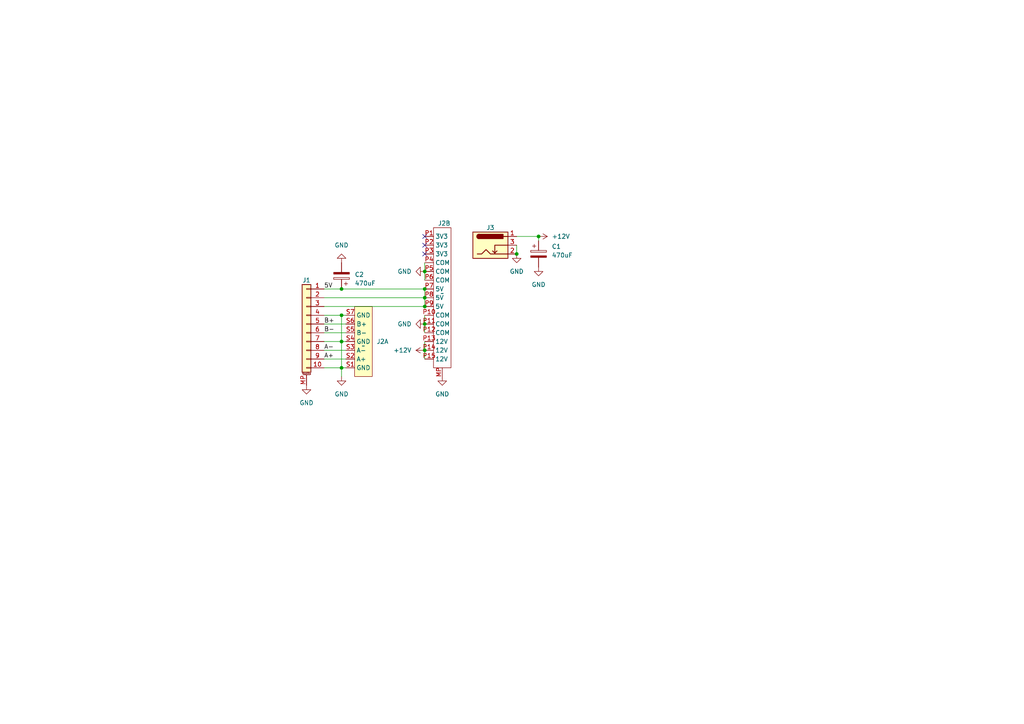
<source format=kicad_sch>
(kicad_sch (version 20230121) (generator eeschema)
  (paper "A4")
  (title_block (title "Tape SATA Plug") (date "2024-03-14") (rev "1.0") (company "JetERA Creative") (comment 1 "https://creativecommons.org/licenses/by-sa/4.0/legalcode.en") (comment 2 "Use of this schematic is governed under the CC BY-SA 4.0 International license."))
  (lib_symbols
    (symbol "Connector:Barrel_Jack_Switch" (pin_names hide)
      (property "Reference" "J" (at 0 5.334 0))
      (property "Value" "Barrel_Jack_Switch" (at 0 -5.08 0))
      (symbol "Barrel_Jack_Switch_0_1"
        (rectangle (start -5.08 3.81) (end 5.08 -3.81) (stroke (width 0.254)) (fill (type background)))
        (arc (start -3.302 3.175) (mid -3.9343 2.54) (end -3.302 1.905) (stroke (width 0.254)))
        (arc (start -3.302 3.175) (mid -3.9343 2.54) (end -3.302 1.905) (stroke (width 0.254)) (fill (type outline)))
        (polyline (pts (xy 1.27 -2.286) (xy 1.905 -1.651)) (stroke (width 0.254)))
        (polyline (pts (xy 5.08 2.54) (xy 3.81 2.54)) (stroke (width 0.254)))
        (polyline (pts (xy 5.08 0) (xy 1.27 0) (xy 1.27 -2.286) (xy 0.635 -1.651)) (stroke (width 0.254)))
        (polyline (pts (xy -3.81 -2.54) (xy -2.54 -2.54) (xy -1.27 -1.27) (xy 0 -2.54) (xy 2.54 -2.54) (xy 5.08 -2.54)) (stroke (width 0.254)))
        (rectangle (start 3.683 3.175) (end -3.302 1.905) (stroke (width 0.254)) (fill (type outline)))
      )
      (symbol "Barrel_Jack_Switch_1_1"
        (pin passive line (at 7.62 2.54 180) (length 2.54) (name "~") (number "1"))
        (pin passive line (at 7.62 -2.54 180) (length 2.54) (name "~") (number "2"))
        (pin passive line (at 7.62 0 180) (length 2.54) (name "~") (number "3"))
      )
    )
    (symbol "Connector_Generic_MountingPin:Conn_01x10_MountingPin" (pin_names (offset 1.016) hide)
      (property "Reference" "J" (at 0 12.7 0))
      (property "Value" "Conn_01x10_MountingPin" (at 1.27 -15.24 0))
      (symbol "Conn_01x10_MountingPin_1_1"
        (rectangle (start -1.27 -12.573) (end 0 -12.827) (stroke (width 0.1524)))
        (rectangle (start -1.27 -10.033) (end 0 -10.287) (stroke (width 0.1524)))
        (rectangle (start -1.27 -7.493) (end 0 -7.747) (stroke (width 0.1524)))
        (rectangle (start -1.27 -4.953) (end 0 -5.207) (stroke (width 0.1524)))
        (rectangle (start -1.27 -2.413) (end 0 -2.667) (stroke (width 0.1524)))
        (rectangle (start -1.27 0.127) (end 0 -0.127) (stroke (width 0.1524)))
        (rectangle (start -1.27 2.667) (end 0 2.413) (stroke (width 0.1524)))
        (rectangle (start -1.27 5.207) (end 0 4.953) (stroke (width 0.1524)))
        (rectangle (start -1.27 7.747) (end 0 7.493) (stroke (width 0.1524)))
        (rectangle (start -1.27 10.287) (end 0 10.033) (stroke (width 0.1524)))
        (rectangle (start -1.27 11.43) (end 1.27 -13.97) (stroke (width 0.254)) (fill (type background)))
        (polyline (pts (xy -1.016 -14.732) (xy 1.016 -14.732)) (stroke (width 0.1524)))
        (text "Mounting" (at 0 -14.351 0) (effects (font (size 0.381 0.381))))
        (pin passive line (at -5.08 10.16 0) (length 3.81) (name "Pin_1") (number "1"))
        (pin passive line (at -5.08 -12.7 0) (length 3.81) (name "Pin_10") (number "10"))
        (pin passive line (at -5.08 7.62 0) (length 3.81) (name "Pin_2") (number "2"))
        (pin passive line (at -5.08 5.08 0) (length 3.81) (name "Pin_3") (number "3"))
        (pin passive line (at -5.08 2.54 0) (length 3.81) (name "Pin_4") (number "4"))
        (pin passive line (at -5.08 0 0) (length 3.81) (name "Pin_5") (number "5"))
        (pin passive line (at -5.08 -2.54 0) (length 3.81) (name "Pin_6") (number "6"))
        (pin passive line (at -5.08 -5.08 0) (length 3.81) (name "Pin_7") (number "7"))
        (pin passive line (at -5.08 -7.62 0) (length 3.81) (name "Pin_8") (number "8"))
        (pin passive line (at -5.08 -10.16 0) (length 3.81) (name "Pin_9") (number "9"))
        (pin passive line (at 0 -17.78 90) (length 3.048) (name "MountPin") (number "MP"))
      )
    )
    (symbol "Connector_SATA:SATA"
      (property "Reference" "J" (at 0 1.27 0))
      (symbol "SATA_1_1"
        (rectangle (start -2.54 10.16) (end 2.54 -10.16) (fill (type background)))
        (pin power_in line (at -5.08 7.62 0) (length 2.54) (name "GND") (number "S1"))
        (pin bidirectional line (at -5.08 5.08 0) (length 2.54) (name "A+") (number "S2"))
        (pin bidirectional line (at -5.08 2.54 0) (length 2.54) (name "A-") (number "S3"))
        (pin power_in line (at -5.08 0 0) (length 2.54) (name "GND") (number "S4"))
        (pin bidirectional line (at -5.08 -2.54 0) (length 2.54) (name "B-") (number "S5"))
        (pin bidirectional line (at -5.08 -5.08 0) (length 2.54) (name "B+") (number "S6"))
        (pin power_in line (at -5.08 -7.62 0) (length 2.54) (name "GND") (number "S7"))
      )
      (symbol "SATA_2_1"
        (rectangle (start -2.54 20.32) (end 2.54 -20.32))
        (pin passive line (at 0 -22.86 90) (length 2.54) (name "") (number "MP"))
        (pin power_in line (at -5.08 17.78 0) (length 2.54) (name "3V3") (number "P1"))
        (pin power_in line (at -5.08 -5.08 0) (length 2.54) (name "COM") (number "P10"))
        (pin power_in line (at -5.08 -7.62 0) (length 2.54) (name "COM") (number "P11"))
        (pin power_in line (at -5.08 -10.16 0) (length 2.54) (name "COM") (number "P12"))
        (pin power_in line (at -5.08 -12.7 0) (length 2.54) (name "12V") (number "P13"))
        (pin power_in line (at -5.08 -15.24 0) (length 2.54) (name "12V") (number "P14"))
        (pin power_in line (at -5.08 -17.78 0) (length 2.54) (name "12V") (number "P15"))
        (pin power_in line (at -5.08 15.24 0) (length 2.54) (name "3V3") (number "P2"))
        (pin power_in line (at -5.08 12.7 0) (length 2.54) (name "3V3") (number "P3"))
        (pin power_in line (at -5.08 10.16 0) (length 2.54) (name "COM") (number "P4"))
        (pin power_in line (at -5.08 7.62 0) (length 2.54) (name "COM") (number "P5"))
        (pin power_in line (at -5.08 5.08 0) (length 2.54) (name "COM") (number "P6"))
        (pin power_in line (at -5.08 2.54 0) (length 2.54) (name "5V") (number "P7"))
        (pin power_in line (at -5.08 0 0) (length 2.54) (name "5V") (number "P8"))
        (pin power_in line (at -5.08 -2.54 0) (length 2.54) (name "5V") (number "P9"))
      )
    )
    (symbol "Device:C_Polarized" (pin_numbers hide) (pin_names (offset 0.254))
      (property "Reference" "C" (at 0.635 2.54 0))
      (property "Value" "C_Polarized" (at 0.635 -2.54 0))
      (symbol "C_Polarized_0_1"
        (rectangle (start -2.286 0.508) (end 2.286 1.016))
        (polyline (pts (xy -1.778 2.286) (xy -0.762 2.286)))
        (polyline (pts (xy -1.27 2.794) (xy -1.27 1.778)))
        (rectangle (start 2.286 -0.508) (end -2.286 -1.016) (fill (type outline)))
      )
      (symbol "C_Polarized_1_1"
        (pin passive line (at 0 3.81 270) (length 2.794) (name "~") (number "1"))
        (pin passive line (at 0 -3.81 90) (length 2.794) (name "~") (number "2"))
      )
    )
    (symbol "power:+12V" (power) (pin_names (offset 0))
      (property "Value" "+12V" (at 0 3.556 0))
      (symbol "+12V_0_1"
        (polyline (pts (xy -0.762 1.27) (xy 0 2.54)))
        (polyline (pts (xy 0 0) (xy 0 2.54)))
        (polyline (pts (xy 0 2.54) (xy 0.762 1.27)))
      )
      (symbol "+12V_1_1"
        (pin power_in line (at 0 0 90) (length 0) hide (name "+12V") (number "1"))
      )
    )
    (symbol "power:GND" (power) (pin_names (offset 0))
      (property "Value" "GND" (at 0 -3.81 0))
      (symbol "GND_0_1"
        (polyline (pts (xy 0 0) (xy 0 -1.27) (xy 1.27 -1.27) (xy 0 -2.54) (xy -1.27 -1.27) (xy 0 -1.27)))
      )
      (symbol "GND_1_1"
        (pin power_in line (at 0 0 270) (length 0) hide (name "GND") (number "1"))
      )
    )
  )
  (junction (at 123.19 88.9))
  (junction (at 123.19 101.6))
  (junction (at 123.19 83.82))
  (junction (at 123.19 78.74))
  (junction (at 156.21 68.58))
  (junction (at 123.19 93.98))
  (junction (at 123.19 86.36))
  (junction (at 99.06 91.44))
  (junction (at 99.06 106.68))
  (junction (at 99.06 99.06))
  (junction (at 99.06 83.82))
  (junction (at 149.86 73.66))
  (no_connect (at 123.19 71.12))
  (no_connect (at 123.19 73.66))
  (no_connect (at 123.19 68.58))
  (wire (pts (xy 123.19 86.36) (xy 123.19 88.9)))
  (wire (pts (xy 123.19 83.82) (xy 123.19 86.36)))
  (wire (pts (xy 99.06 91.44) (xy 93.98 91.44)))
  (wire (pts (xy 99.06 91.44) (xy 99.06 99.06)))
  (wire (pts (xy 93.98 83.82) (xy 99.06 83.82)))
  (wire (pts (xy 99.06 106.68) (xy 99.06 109.22)))
  (wire (pts (xy 100.33 93.98) (xy 93.98 93.98)))
  (wire (pts (xy 123.19 93.98) (xy 123.19 96.52)))
  (wire (pts (xy 100.33 99.06) (xy 99.06 99.06)))
  (wire (pts (xy 99.06 99.06) (xy 99.06 106.68)))
  (wire (pts (xy 100.33 101.6) (xy 93.98 101.6)))
  (wire (pts (xy 156.21 69.85) (xy 156.21 68.58)))
  (wire (pts (xy 123.19 78.74) (xy 123.19 81.28)))
  (wire (pts (xy 99.06 106.68) (xy 93.98 106.68)))
  (wire (pts (xy 99.06 99.06) (xy 93.98 99.06)))
  (wire (pts (xy 93.98 88.9) (xy 123.19 88.9)))
  (wire (pts (xy 99.06 83.82) (xy 123.19 83.82)))
  (wire (pts (xy 123.19 76.2) (xy 123.19 78.74)))
  (wire (pts (xy 149.86 71.12) (xy 149.86 73.66)))
  (wire (pts (xy 93.98 86.36) (xy 123.19 86.36)))
  (wire (pts (xy 100.33 91.44) (xy 99.06 91.44)))
  (wire (pts (xy 156.21 68.58) (xy 149.86 68.58)))
  (wire (pts (xy 123.19 101.6) (xy 123.19 104.14)))
  (wire (pts (xy 100.33 106.68) (xy 99.06 106.68)))
  (wire (pts (xy 100.33 96.52) (xy 93.98 96.52)))
  (wire (pts (xy 123.19 99.06) (xy 123.19 101.6)))
  (wire (pts (xy 100.33 104.14) (xy 93.98 104.14)))
  (wire (pts (xy 123.19 91.44) (xy 123.19 93.98)))
  (label "5V" (at 93.98 83.82 0))
  (label "A+" (at 93.98 104.14 0))
  (label "A-" (at 93.98 101.6 0))
  (label "B-" (at 93.98 96.52 0))
  (label "B+" (at 93.98 93.98 0))
  (symbol (lib_id "power:GND") (at 123.19 93.98 270) (unit 1)
    (property "Reference" "#PWR02" (effects hide))
    (property "Value" "GND" (at 119.38 93.98 90) (effects (justify right)))
  )
  (symbol (lib_id "power:GND") (at 128.27 109.22 0) (unit 1)
    (property "Reference" "#PWR07" (effects hide))
    (property "Value" "GND" (at 128.27 114.3 0))
  )
  (symbol (lib_id "Device:C_Polarized") (at 99.06 80.01 180) (unit 1)
    (property "Reference" "C2" (at 102.87 79.629 0) (effects (justify right)))
    (property "Value" "470uF" (at 102.87 82.169 0) (effects (justify right)))
    (property "Footprint" "Capacitor_THT:CP_Radial_D6.3mm_P2.50mm" (effects hide))
  )
  (symbol (lib_id "power:+12V") (at 156.21 68.58 270) (unit 1)
    (property "Reference" "#PWR04" (effects hide))
    (property "Value" "+12V" (at 160.02 68.58 90) (effects (justify left)))
  )
  (symbol (lib_id "power:GND") (at 99.06 109.22 0) (unit 1)
    (property "Reference" "#PWR09" (effects hide))
    (property "Value" "GND" (at 99.06 114.3 0))
  )
  (symbol (lib_id "Connector_Generic_MountingPin:Conn_01x10_MountingPin") (at 88.9 93.98 0) (mirror y) (unit 1)
    (property "Reference" "J1" (at 88.9 81.28 0))
    (property "Value" "Conn_01x10_MountingPin" (effects hide))
    (property "Footprint" "Connector_FFC-FPC:TE_1-1734839-0_1x10-1MP_P0.5mm_Horizontal" (effects hide))
  )
  (symbol (lib_id "Connector_SATA:SATA") (at 105.41 99.06 0) (mirror x) (unit 1)
    (property "Reference" "J2" (at 109.22 99.06 0) (effects (justify left)))
    (property "Value" "~" (at 105.41 100.33 0))
    (property "Footprint" "Connector_SATA_SAS:SATA_Amphenol_10029364-001LF_Horizontal" (effects hide))
  )
  (symbol (lib_id "power:GND") (at 156.21 77.47 0) (unit 1)
    (property "Reference" "#PWR08" (effects hide))
    (property "Value" "GND" (at 156.21 82.55 0))
  )
  (symbol (lib_id "power:GND") (at 99.06 76.2 0) (mirror x) (unit 1)
    (property "Reference" "#PWR010" (effects hide))
    (property "Value" "GND" (at 99.06 71.12 0))
  )
  (symbol (lib_id "Connector_SATA:SATA") (at 128.27 86.36 0) (unit 2)
    (property "Reference" "J2" (at 127 64.77 0) (effects (justify left)))
    (property "Value" "~" (at 128.27 85.09 0))
    (property "Footprint" "Connector_SATA_SAS:SATA_Amphenol_10029364-001LF_Horizontal" (effects hide))
  )
  (symbol (lib_id "power:GND") (at 149.86 73.66 0) (unit 1)
    (property "Reference" "#PWR05" (effects hide))
    (property "Value" "GND" (at 149.86 78.74 0))
  )
  (symbol (lib_id "Device:C_Polarized") (at 156.21 73.66 0) (unit 1)
    (property "Reference" "C1" (at 160.02 71.501 0) (effects (justify left)))
    (property "Value" "470uF" (at 160.02 74.041 0) (effects (justify left)))
    (property "Footprint" "Capacitor_THT:CP_Radial_D6.3mm_P2.50mm" (effects hide))
  )
  (symbol (lib_id "power:+12V") (at 123.19 101.6 90) (mirror x) (unit 1)
    (property "Reference" "#PWR06" (effects hide))
    (property "Value" "+12V" (at 119.38 101.6 90) (effects (justify left)))
  )
  (symbol (lib_id "power:GND") (at 123.19 78.74 270) (unit 1)
    (property "Reference" "#PWR03" (effects hide))
    (property "Value" "GND" (at 119.38 78.74 90) (effects (justify right)))
  )
  (symbol (lib_id "power:GND") (at 88.9 111.76 0) (unit 1)
    (property "Reference" "#PWR01" (effects hide))
    (property "Value" "GND" (at 88.9 116.84 0))
  )
  (symbol (lib_id "Connector:Barrel_Jack_Switch") (at 142.24 71.12 0) (unit 1)
    (property "Reference" "J3" (at 142.24 66.04 0))
    (property "Value" "Barrel_Jack_Switch" (effects hide))
    (property "Footprint" "Connector_BarrelJack:BarrelJack_Horizontal" (effects hide))
  )
)
</source>
